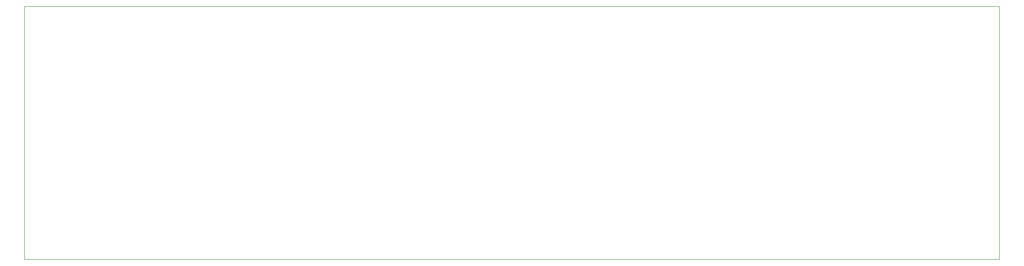
<source format=gm1>
G04 #@! TF.GenerationSoftware,KiCad,Pcbnew,7.0.5*
G04 #@! TF.CreationDate,2023-08-06T16:41:53+02:00*
G04 #@! TF.ProjectId,lumberjack,6c756d62-6572-46a6-9163-6b2e6b696361,1.7*
G04 #@! TF.SameCoordinates,Original*
G04 #@! TF.FileFunction,Profile,NP*
%FSLAX46Y46*%
G04 Gerber Fmt 4.6, Leading zero omitted, Abs format (unit mm)*
G04 Created by KiCad (PCBNEW 7.0.5) date 2023-08-06 16:41:53*
%MOMM*%
%LPD*%
G01*
G04 APERTURE LIST*
G04 #@! TA.AperFunction,Profile*
%ADD10C,0.150000*%
G04 #@! TD*
G04 APERTURE END LIST*
D10*
X-14287500Y-28575000D02*
X352425000Y-28575000D01*
X352425000Y-123825000D01*
X-14287500Y-123825000D01*
X-14287500Y-28575000D01*
M02*

</source>
